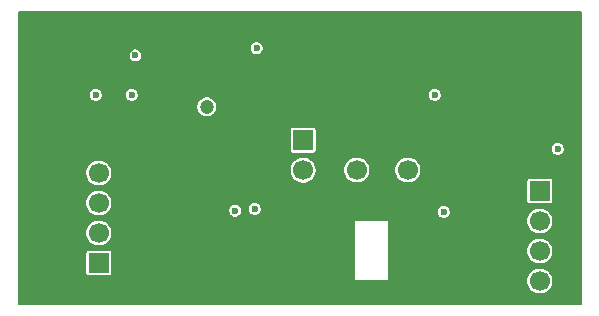
<source format=gbr>
%TF.GenerationSoftware,KiCad,Pcbnew,9.0.1*%
%TF.CreationDate,2025-09-03T00:36:21-07:00*%
%TF.ProjectId,stm32-test,73746d33-322d-4746-9573-742e6b696361,rev?*%
%TF.SameCoordinates,Original*%
%TF.FileFunction,Copper,L3,Inr*%
%TF.FilePolarity,Positive*%
%FSLAX46Y46*%
G04 Gerber Fmt 4.6, Leading zero omitted, Abs format (unit mm)*
G04 Created by KiCad (PCBNEW 9.0.1) date 2025-09-03 00:36:21*
%MOMM*%
%LPD*%
G01*
G04 APERTURE LIST*
%TA.AperFunction,ComponentPad*%
%ADD10R,1.700000X1.700000*%
%TD*%
%TA.AperFunction,ComponentPad*%
%ADD11C,1.700000*%
%TD*%
%TA.AperFunction,ViaPad*%
%ADD12C,0.600000*%
%TD*%
%TA.AperFunction,ViaPad*%
%ADD13C,1.200000*%
%TD*%
G04 APERTURE END LIST*
D10*
%TO.N,+12V*%
%TO.C,J1*%
X168910000Y-96774000D03*
D11*
%TO.N,/CANH*%
X168910000Y-99314000D03*
%TO.N,/CANL*%
X168910000Y-101854000D03*
%TO.N,GND*%
X168910000Y-104394000D03*
%TD*%
D10*
%TO.N,+3V3*%
%TO.C,J4*%
X153416000Y-92456000D03*
D11*
%TO.N,GND*%
X153416000Y-94996000D03*
%TD*%
%TO.N,/SPI_CS*%
%TO.C,J2*%
X131572000Y-95250000D03*
%TO.N,/SPI_CLK*%
X131572000Y-97790000D03*
%TO.N,/SPI_MISO*%
X131572000Y-100330000D03*
D10*
%TO.N,/SPI_MOSI*%
X131572000Y-102870000D03*
%TD*%
D11*
%TO.N,/I2C_SCL*%
%TO.C,J5*%
X148869000Y-95016000D03*
D10*
%TO.N,/I2C_SDA*%
X148869000Y-92476000D03*
%TD*%
D11*
%TO.N,GND*%
%TO.C,J6*%
X157734000Y-94996000D03*
D10*
%TO.N,+3V3*%
X157734000Y-92456000D03*
%TD*%
D12*
%TO.N,/NRST*%
X131318000Y-88646000D03*
X134366000Y-88646000D03*
%TO.N,+3V3*%
X153670000Y-98044000D03*
%TO.N,+5V*%
X160020000Y-88646000D03*
X170434000Y-93218000D03*
X160782000Y-98552000D03*
D13*
%TO.N,GND*%
X140716000Y-89662000D03*
D12*
X144937910Y-84678090D03*
X134672000Y-85292000D03*
%TO.N,+3V3*%
X141752000Y-101346000D03*
D13*
X138430000Y-85090000D03*
D12*
X144780000Y-101314000D03*
D13*
X160528000Y-84582000D03*
D12*
X154686000Y-85344000D03*
%TO.N,/I2C_SCL*%
X144780000Y-98298000D03*
%TO.N,/I2C_SDA*%
X143111787Y-98442213D03*
%TD*%
%TA.AperFunction,Conductor*%
%TO.N,+3V3*%
G36*
X172409039Y-81553685D02*
G01*
X172454794Y-81606489D01*
X172466000Y-81658000D01*
X172466000Y-106302000D01*
X172446315Y-106369039D01*
X172393511Y-106414794D01*
X172342000Y-106426000D01*
X124838000Y-106426000D01*
X124770961Y-106406315D01*
X124725206Y-106353511D01*
X124714000Y-106302000D01*
X124714000Y-104294000D01*
X153298000Y-104294000D01*
X156074000Y-104294000D01*
X156074000Y-104290530D01*
X167859500Y-104290530D01*
X167859500Y-104497469D01*
X167899868Y-104700412D01*
X167899870Y-104700420D01*
X167979058Y-104891596D01*
X168094024Y-105063657D01*
X168240342Y-105209975D01*
X168240345Y-105209977D01*
X168412402Y-105324941D01*
X168603580Y-105404130D01*
X168806530Y-105444499D01*
X168806534Y-105444500D01*
X168806535Y-105444500D01*
X169013466Y-105444500D01*
X169013467Y-105444499D01*
X169216420Y-105404130D01*
X169407598Y-105324941D01*
X169579655Y-105209977D01*
X169725977Y-105063655D01*
X169840941Y-104891598D01*
X169920130Y-104700420D01*
X169960500Y-104497465D01*
X169960500Y-104290535D01*
X169920130Y-104087580D01*
X169840941Y-103896402D01*
X169725977Y-103724345D01*
X169725975Y-103724342D01*
X169579657Y-103578024D01*
X169493626Y-103520541D01*
X169407598Y-103463059D01*
X169216420Y-103383870D01*
X169216412Y-103383868D01*
X169013469Y-103343500D01*
X169013465Y-103343500D01*
X168806535Y-103343500D01*
X168806530Y-103343500D01*
X168603587Y-103383868D01*
X168603579Y-103383870D01*
X168412403Y-103463058D01*
X168240342Y-103578024D01*
X168094024Y-103724342D01*
X167979058Y-103896403D01*
X167899870Y-104087579D01*
X167899868Y-104087587D01*
X167859500Y-104290530D01*
X156074000Y-104290530D01*
X156074000Y-101750530D01*
X167859500Y-101750530D01*
X167859500Y-101957469D01*
X167899868Y-102160412D01*
X167899870Y-102160420D01*
X167979058Y-102351596D01*
X168094024Y-102523657D01*
X168240342Y-102669975D01*
X168240345Y-102669977D01*
X168412402Y-102784941D01*
X168603580Y-102864130D01*
X168806530Y-102904499D01*
X168806534Y-102904500D01*
X168806535Y-102904500D01*
X169013466Y-102904500D01*
X169013467Y-102904499D01*
X169216420Y-102864130D01*
X169407598Y-102784941D01*
X169579655Y-102669977D01*
X169725977Y-102523655D01*
X169840941Y-102351598D01*
X169920130Y-102160420D01*
X169960500Y-101957465D01*
X169960500Y-101750535D01*
X169920130Y-101547580D01*
X169840941Y-101356402D01*
X169725977Y-101184345D01*
X169725975Y-101184342D01*
X169579657Y-101038024D01*
X169493626Y-100980541D01*
X169407598Y-100923059D01*
X169216420Y-100843870D01*
X169216412Y-100843868D01*
X169013469Y-100803500D01*
X169013465Y-100803500D01*
X168806535Y-100803500D01*
X168806530Y-100803500D01*
X168603587Y-100843868D01*
X168603579Y-100843870D01*
X168412403Y-100923058D01*
X168240342Y-101038024D01*
X168094024Y-101184342D01*
X167979058Y-101356403D01*
X167899870Y-101547579D01*
X167899868Y-101547587D01*
X167859500Y-101750530D01*
X156074000Y-101750530D01*
X156074000Y-99314000D01*
X153298000Y-99314000D01*
X153298000Y-104294000D01*
X124714000Y-104294000D01*
X124714000Y-102000247D01*
X130521500Y-102000247D01*
X130521500Y-103739752D01*
X130533131Y-103798229D01*
X130533132Y-103798230D01*
X130577447Y-103864552D01*
X130643769Y-103908867D01*
X130643770Y-103908868D01*
X130702247Y-103920499D01*
X130702250Y-103920500D01*
X130702252Y-103920500D01*
X132441750Y-103920500D01*
X132441751Y-103920499D01*
X132456568Y-103917552D01*
X132500229Y-103908868D01*
X132500229Y-103908867D01*
X132500231Y-103908867D01*
X132566552Y-103864552D01*
X132610867Y-103798231D01*
X132610867Y-103798229D01*
X132610868Y-103798229D01*
X132622499Y-103739752D01*
X132622500Y-103739750D01*
X132622500Y-102000249D01*
X132622499Y-102000247D01*
X132610868Y-101941770D01*
X132610867Y-101941769D01*
X132566552Y-101875447D01*
X132500230Y-101831132D01*
X132500229Y-101831131D01*
X132441752Y-101819500D01*
X132441748Y-101819500D01*
X130702252Y-101819500D01*
X130702247Y-101819500D01*
X130643770Y-101831131D01*
X130643769Y-101831132D01*
X130577447Y-101875447D01*
X130533132Y-101941769D01*
X130533131Y-101941770D01*
X130521500Y-102000247D01*
X124714000Y-102000247D01*
X124714000Y-100226530D01*
X130521500Y-100226530D01*
X130521500Y-100433469D01*
X130561868Y-100636412D01*
X130561870Y-100636420D01*
X130641058Y-100827596D01*
X130756024Y-100999657D01*
X130902342Y-101145975D01*
X130902345Y-101145977D01*
X131074402Y-101260941D01*
X131265580Y-101340130D01*
X131468530Y-101380499D01*
X131468534Y-101380500D01*
X131468535Y-101380500D01*
X131675466Y-101380500D01*
X131675467Y-101380499D01*
X131878420Y-101340130D01*
X132069598Y-101260941D01*
X132241655Y-101145977D01*
X132387977Y-100999655D01*
X132502941Y-100827598D01*
X132582130Y-100636420D01*
X132622500Y-100433465D01*
X132622500Y-100226535D01*
X132582130Y-100023580D01*
X132502941Y-99832402D01*
X132387977Y-99660345D01*
X132387975Y-99660342D01*
X132241657Y-99514024D01*
X132069596Y-99399057D01*
X132016824Y-99377199D01*
X131878420Y-99319870D01*
X131878412Y-99319868D01*
X131675469Y-99279500D01*
X131675465Y-99279500D01*
X131468535Y-99279500D01*
X131468530Y-99279500D01*
X131265587Y-99319868D01*
X131265579Y-99319870D01*
X131074403Y-99399058D01*
X130902342Y-99514024D01*
X130756024Y-99660342D01*
X130641058Y-99832403D01*
X130561870Y-100023579D01*
X130561868Y-100023587D01*
X130521500Y-100226530D01*
X124714000Y-100226530D01*
X124714000Y-99210530D01*
X167859500Y-99210530D01*
X167859500Y-99417469D01*
X167899868Y-99620412D01*
X167899870Y-99620420D01*
X167979059Y-99811598D01*
X168036541Y-99897626D01*
X168094024Y-99983657D01*
X168240342Y-100129975D01*
X168240345Y-100129977D01*
X168412402Y-100244941D01*
X168603580Y-100324130D01*
X168806530Y-100364499D01*
X168806534Y-100364500D01*
X168806535Y-100364500D01*
X169013466Y-100364500D01*
X169013467Y-100364499D01*
X169216420Y-100324130D01*
X169407598Y-100244941D01*
X169579655Y-100129977D01*
X169725977Y-99983655D01*
X169840941Y-99811598D01*
X169920130Y-99620420D01*
X169960500Y-99417465D01*
X169960500Y-99210535D01*
X169920130Y-99007580D01*
X169840941Y-98816402D01*
X169725977Y-98644345D01*
X169725975Y-98644342D01*
X169579657Y-98498024D01*
X169493626Y-98440541D01*
X169407598Y-98383059D01*
X169391331Y-98376321D01*
X169216420Y-98303870D01*
X169216412Y-98303868D01*
X169013469Y-98263500D01*
X169013465Y-98263500D01*
X168806535Y-98263500D01*
X168806530Y-98263500D01*
X168603587Y-98303868D01*
X168603579Y-98303870D01*
X168412403Y-98383058D01*
X168240342Y-98498024D01*
X168094024Y-98644342D01*
X167979058Y-98816403D01*
X167899870Y-99007579D01*
X167899868Y-99007587D01*
X167859500Y-99210530D01*
X124714000Y-99210530D01*
X124714000Y-97686530D01*
X130521500Y-97686530D01*
X130521500Y-97893469D01*
X130561868Y-98096412D01*
X130561870Y-98096420D01*
X130641058Y-98287596D01*
X130756024Y-98459657D01*
X130902342Y-98605975D01*
X130902345Y-98605977D01*
X131074402Y-98720941D01*
X131265580Y-98800130D01*
X131468530Y-98840499D01*
X131468534Y-98840500D01*
X131468535Y-98840500D01*
X131675466Y-98840500D01*
X131675467Y-98840499D01*
X131878420Y-98800130D01*
X132069598Y-98720941D01*
X132241655Y-98605977D01*
X132387977Y-98459655D01*
X132443659Y-98376321D01*
X142611287Y-98376321D01*
X142611287Y-98508104D01*
X142645395Y-98635400D01*
X142650558Y-98644342D01*
X142711287Y-98749527D01*
X142804473Y-98842713D01*
X142918601Y-98908605D01*
X143045895Y-98942713D01*
X143045897Y-98942713D01*
X143177677Y-98942713D01*
X143177679Y-98942713D01*
X143304973Y-98908605D01*
X143419101Y-98842713D01*
X143512287Y-98749527D01*
X143578179Y-98635399D01*
X143612287Y-98508105D01*
X143612287Y-98376321D01*
X143578179Y-98249027D01*
X143568411Y-98232108D01*
X144279500Y-98232108D01*
X144279500Y-98363892D01*
X144284636Y-98383059D01*
X144313608Y-98491187D01*
X144323376Y-98508105D01*
X144379500Y-98605314D01*
X144472686Y-98698500D01*
X144586814Y-98764392D01*
X144714108Y-98798500D01*
X144714110Y-98798500D01*
X144845890Y-98798500D01*
X144845892Y-98798500D01*
X144973186Y-98764392D01*
X145087314Y-98698500D01*
X145180500Y-98605314D01*
X145246392Y-98491186D01*
X145247753Y-98486108D01*
X160281500Y-98486108D01*
X160281500Y-98617891D01*
X160315608Y-98745187D01*
X160346388Y-98798499D01*
X160381500Y-98859314D01*
X160474686Y-98952500D01*
X160588814Y-99018392D01*
X160716108Y-99052500D01*
X160716110Y-99052500D01*
X160847890Y-99052500D01*
X160847892Y-99052500D01*
X160975186Y-99018392D01*
X161089314Y-98952500D01*
X161182500Y-98859314D01*
X161248392Y-98745186D01*
X161282500Y-98617892D01*
X161282500Y-98486108D01*
X161248392Y-98358814D01*
X161182500Y-98244686D01*
X161089314Y-98151500D01*
X161008452Y-98104814D01*
X160975187Y-98085608D01*
X160911539Y-98068554D01*
X160847892Y-98051500D01*
X160716108Y-98051500D01*
X160588812Y-98085608D01*
X160474686Y-98151500D01*
X160474683Y-98151502D01*
X160381502Y-98244683D01*
X160381500Y-98244686D01*
X160315608Y-98358812D01*
X160281500Y-98486108D01*
X145247753Y-98486108D01*
X145280500Y-98363892D01*
X145280500Y-98232108D01*
X145246392Y-98104814D01*
X145180500Y-97990686D01*
X145087314Y-97897500D01*
X145030250Y-97864554D01*
X144973187Y-97831608D01*
X144903243Y-97812867D01*
X144845892Y-97797500D01*
X144714108Y-97797500D01*
X144586812Y-97831608D01*
X144472686Y-97897500D01*
X144472683Y-97897502D01*
X144379502Y-97990683D01*
X144379500Y-97990686D01*
X144313608Y-98104812D01*
X144301098Y-98151502D01*
X144279500Y-98232108D01*
X143568411Y-98232108D01*
X143512287Y-98134899D01*
X143419101Y-98041713D01*
X143330715Y-97990683D01*
X143304974Y-97975821D01*
X143241326Y-97958767D01*
X143177679Y-97941713D01*
X143045895Y-97941713D01*
X142918599Y-97975821D01*
X142804473Y-98041713D01*
X142804470Y-98041715D01*
X142711289Y-98134896D01*
X142711287Y-98134899D01*
X142645395Y-98249025D01*
X142611287Y-98376321D01*
X132443659Y-98376321D01*
X132502941Y-98287598D01*
X132582130Y-98096420D01*
X132622500Y-97893465D01*
X132622500Y-97686535D01*
X132582130Y-97483580D01*
X132502941Y-97292402D01*
X132387977Y-97120345D01*
X132387975Y-97120342D01*
X132241657Y-96974024D01*
X132155626Y-96916541D01*
X132069598Y-96859059D01*
X131878420Y-96779870D01*
X131878412Y-96779868D01*
X131675469Y-96739500D01*
X131675465Y-96739500D01*
X131468535Y-96739500D01*
X131468530Y-96739500D01*
X131265587Y-96779868D01*
X131265579Y-96779870D01*
X131074403Y-96859058D01*
X130902342Y-96974024D01*
X130756024Y-97120342D01*
X130641058Y-97292403D01*
X130561870Y-97483579D01*
X130561868Y-97483587D01*
X130521500Y-97686530D01*
X124714000Y-97686530D01*
X124714000Y-95146530D01*
X130521500Y-95146530D01*
X130521500Y-95353469D01*
X130553352Y-95513598D01*
X130561870Y-95556420D01*
X130641059Y-95747598D01*
X130684073Y-95811974D01*
X130756024Y-95919657D01*
X130902342Y-96065975D01*
X130902345Y-96065977D01*
X131074402Y-96180941D01*
X131265580Y-96260130D01*
X131468530Y-96300499D01*
X131468534Y-96300500D01*
X131468535Y-96300500D01*
X131675466Y-96300500D01*
X131675467Y-96300499D01*
X131878420Y-96260130D01*
X132069598Y-96180941D01*
X132241655Y-96065977D01*
X132387977Y-95919655D01*
X132502941Y-95747598D01*
X132582130Y-95556420D01*
X132622500Y-95353465D01*
X132622500Y-95146535D01*
X132617116Y-95119466D01*
X132582132Y-94943587D01*
X132582129Y-94943579D01*
X132569268Y-94912530D01*
X147818500Y-94912530D01*
X147818500Y-95119469D01*
X147858868Y-95322412D01*
X147858870Y-95322420D01*
X147938058Y-95513596D01*
X148053024Y-95685657D01*
X148199342Y-95831975D01*
X148199345Y-95831977D01*
X148371402Y-95946941D01*
X148562580Y-96026130D01*
X148762896Y-96065975D01*
X148765530Y-96066499D01*
X148765534Y-96066500D01*
X148765535Y-96066500D01*
X148972466Y-96066500D01*
X148972467Y-96066499D01*
X149175420Y-96026130D01*
X149366598Y-95946941D01*
X149538655Y-95831977D01*
X149684977Y-95685655D01*
X149799941Y-95513598D01*
X149879130Y-95322420D01*
X149919500Y-95119465D01*
X149919500Y-94912535D01*
X149919123Y-94910639D01*
X149919123Y-94910637D01*
X149919122Y-94910634D01*
X149915521Y-94892530D01*
X152365500Y-94892530D01*
X152365500Y-95099469D01*
X152405868Y-95302412D01*
X152405870Y-95302420D01*
X152485059Y-95493598D01*
X152527030Y-95556412D01*
X152600024Y-95665657D01*
X152746342Y-95811975D01*
X152746345Y-95811977D01*
X152918402Y-95926941D01*
X153109580Y-96006130D01*
X153312530Y-96046499D01*
X153312534Y-96046500D01*
X153312535Y-96046500D01*
X153519466Y-96046500D01*
X153519467Y-96046499D01*
X153722420Y-96006130D01*
X153913598Y-95926941D01*
X154085655Y-95811977D01*
X154231977Y-95665655D01*
X154346941Y-95493598D01*
X154426130Y-95302420D01*
X154466500Y-95099465D01*
X154466500Y-94892535D01*
X154466499Y-94892530D01*
X156683500Y-94892530D01*
X156683500Y-95099469D01*
X156723868Y-95302412D01*
X156723870Y-95302420D01*
X156803059Y-95493598D01*
X156845030Y-95556412D01*
X156918024Y-95665657D01*
X157064342Y-95811975D01*
X157064345Y-95811977D01*
X157236402Y-95926941D01*
X157427580Y-96006130D01*
X157630530Y-96046499D01*
X157630534Y-96046500D01*
X157630535Y-96046500D01*
X157837466Y-96046500D01*
X157837467Y-96046499D01*
X158040420Y-96006130D01*
X158231598Y-95926941D01*
X158265562Y-95904247D01*
X167859500Y-95904247D01*
X167859500Y-97643752D01*
X167871131Y-97702229D01*
X167871132Y-97702230D01*
X167915447Y-97768552D01*
X167981769Y-97812867D01*
X167981770Y-97812868D01*
X168040247Y-97824499D01*
X168040250Y-97824500D01*
X168040252Y-97824500D01*
X169779750Y-97824500D01*
X169779751Y-97824499D01*
X169794568Y-97821552D01*
X169838229Y-97812868D01*
X169838229Y-97812867D01*
X169838231Y-97812867D01*
X169904552Y-97768552D01*
X169948867Y-97702231D01*
X169948867Y-97702229D01*
X169948868Y-97702229D01*
X169960499Y-97643752D01*
X169960500Y-97643750D01*
X169960500Y-95904249D01*
X169960499Y-95904247D01*
X169948868Y-95845770D01*
X169948867Y-95845769D01*
X169904552Y-95779447D01*
X169838230Y-95735132D01*
X169838229Y-95735131D01*
X169779752Y-95723500D01*
X169779748Y-95723500D01*
X168040252Y-95723500D01*
X168040247Y-95723500D01*
X167981770Y-95735131D01*
X167981769Y-95735132D01*
X167915447Y-95779447D01*
X167871132Y-95845769D01*
X167871131Y-95845770D01*
X167859500Y-95904247D01*
X158265562Y-95904247D01*
X158403655Y-95811977D01*
X158403658Y-95811974D01*
X158405154Y-95810479D01*
X158549974Y-95665658D01*
X158549975Y-95665657D01*
X158549977Y-95665655D01*
X158664941Y-95493598D01*
X158744130Y-95302420D01*
X158784500Y-95099465D01*
X158784500Y-94892535D01*
X158744130Y-94689580D01*
X158664941Y-94498402D01*
X158549977Y-94326345D01*
X158549975Y-94326342D01*
X158403657Y-94180024D01*
X158261529Y-94085058D01*
X158231598Y-94065059D01*
X158040420Y-93985870D01*
X158040412Y-93985868D01*
X157837469Y-93945500D01*
X157837465Y-93945500D01*
X157630535Y-93945500D01*
X157630530Y-93945500D01*
X157427587Y-93985868D01*
X157427579Y-93985870D01*
X157236403Y-94065058D01*
X157064342Y-94180024D01*
X156918024Y-94326342D01*
X156803058Y-94498403D01*
X156723870Y-94689579D01*
X156723868Y-94689587D01*
X156683500Y-94892530D01*
X154466499Y-94892530D01*
X154426130Y-94689580D01*
X154346941Y-94498402D01*
X154231977Y-94326345D01*
X154231975Y-94326342D01*
X154085657Y-94180024D01*
X153943529Y-94085058D01*
X153913598Y-94065059D01*
X153722420Y-93985870D01*
X153722412Y-93985868D01*
X153519469Y-93945500D01*
X153519465Y-93945500D01*
X153312535Y-93945500D01*
X153312530Y-93945500D01*
X153109587Y-93985868D01*
X153109579Y-93985870D01*
X152918403Y-94065058D01*
X152746342Y-94180024D01*
X152600024Y-94326342D01*
X152485058Y-94498403D01*
X152405870Y-94689579D01*
X152405868Y-94689587D01*
X152365500Y-94892530D01*
X149915521Y-94892530D01*
X149887648Y-94752403D01*
X149879130Y-94709580D01*
X149799941Y-94518402D01*
X149684977Y-94346345D01*
X149684975Y-94346342D01*
X149538657Y-94200024D01*
X149452626Y-94142541D01*
X149366598Y-94085059D01*
X149175420Y-94005870D01*
X149175412Y-94005868D01*
X148972469Y-93965500D01*
X148972465Y-93965500D01*
X148765535Y-93965500D01*
X148765530Y-93965500D01*
X148562587Y-94005868D01*
X148562579Y-94005870D01*
X148371403Y-94085058D01*
X148199342Y-94200024D01*
X148053024Y-94346342D01*
X147938058Y-94518403D01*
X147858870Y-94709579D01*
X147858868Y-94709587D01*
X147818500Y-94912530D01*
X132569268Y-94912530D01*
X132502941Y-94752402D01*
X132387977Y-94580345D01*
X132387975Y-94580342D01*
X132241657Y-94434024D01*
X132155626Y-94376541D01*
X132069598Y-94319059D01*
X131878420Y-94239870D01*
X131878412Y-94239868D01*
X131675469Y-94199500D01*
X131675465Y-94199500D01*
X131468535Y-94199500D01*
X131468530Y-94199500D01*
X131265587Y-94239868D01*
X131265579Y-94239870D01*
X131074403Y-94319058D01*
X130902342Y-94434024D01*
X130756024Y-94580342D01*
X130641058Y-94752403D01*
X130561870Y-94943579D01*
X130561868Y-94943587D01*
X130521500Y-95146530D01*
X124714000Y-95146530D01*
X124714000Y-91606247D01*
X147818500Y-91606247D01*
X147818500Y-93345752D01*
X147830131Y-93404229D01*
X147830132Y-93404230D01*
X147874447Y-93470552D01*
X147940769Y-93514867D01*
X147940770Y-93514868D01*
X147999247Y-93526499D01*
X147999250Y-93526500D01*
X147999252Y-93526500D01*
X149738750Y-93526500D01*
X149738751Y-93526499D01*
X149753568Y-93523552D01*
X149797229Y-93514868D01*
X149797229Y-93514867D01*
X149797231Y-93514867D01*
X149863552Y-93470552D01*
X149907867Y-93404231D01*
X149907867Y-93404229D01*
X149907868Y-93404229D01*
X149919499Y-93345752D01*
X149919500Y-93345750D01*
X149919500Y-93152108D01*
X169933500Y-93152108D01*
X169933500Y-93283891D01*
X169967608Y-93411187D01*
X170000554Y-93468250D01*
X170033500Y-93525314D01*
X170126686Y-93618500D01*
X170240814Y-93684392D01*
X170368108Y-93718500D01*
X170368110Y-93718500D01*
X170499890Y-93718500D01*
X170499892Y-93718500D01*
X170627186Y-93684392D01*
X170741314Y-93618500D01*
X170834500Y-93525314D01*
X170900392Y-93411186D01*
X170934500Y-93283892D01*
X170934500Y-93152108D01*
X170900392Y-93024814D01*
X170834500Y-92910686D01*
X170741314Y-92817500D01*
X170684250Y-92784554D01*
X170627187Y-92751608D01*
X170563539Y-92734554D01*
X170499892Y-92717500D01*
X170368108Y-92717500D01*
X170240812Y-92751608D01*
X170126686Y-92817500D01*
X170126683Y-92817502D01*
X170033502Y-92910683D01*
X170033500Y-92910686D01*
X169967608Y-93024812D01*
X169933500Y-93152108D01*
X149919500Y-93152108D01*
X149919500Y-91606249D01*
X149919499Y-91606247D01*
X149907868Y-91547770D01*
X149907867Y-91547769D01*
X149863552Y-91481447D01*
X149797230Y-91437132D01*
X149797229Y-91437131D01*
X149738752Y-91425500D01*
X149738748Y-91425500D01*
X147999252Y-91425500D01*
X147999247Y-91425500D01*
X147940770Y-91437131D01*
X147940769Y-91437132D01*
X147874447Y-91481447D01*
X147830132Y-91547769D01*
X147830131Y-91547770D01*
X147818500Y-91606247D01*
X124714000Y-91606247D01*
X124714000Y-89583153D01*
X139915500Y-89583153D01*
X139915500Y-89740846D01*
X139946261Y-89895489D01*
X139946264Y-89895501D01*
X140006602Y-90041172D01*
X140006609Y-90041185D01*
X140094210Y-90172288D01*
X140094213Y-90172292D01*
X140205707Y-90283786D01*
X140205711Y-90283789D01*
X140336814Y-90371390D01*
X140336827Y-90371397D01*
X140482498Y-90431735D01*
X140482503Y-90431737D01*
X140637153Y-90462499D01*
X140637156Y-90462500D01*
X140637158Y-90462500D01*
X140794844Y-90462500D01*
X140794845Y-90462499D01*
X140949497Y-90431737D01*
X141095179Y-90371394D01*
X141226289Y-90283789D01*
X141337789Y-90172289D01*
X141425394Y-90041179D01*
X141485737Y-89895497D01*
X141516500Y-89740842D01*
X141516500Y-89583158D01*
X141516500Y-89583155D01*
X141516499Y-89583153D01*
X141485738Y-89428510D01*
X141485737Y-89428503D01*
X141485735Y-89428498D01*
X141425397Y-89282827D01*
X141425390Y-89282814D01*
X141337789Y-89151711D01*
X141337786Y-89151707D01*
X141226292Y-89040213D01*
X141226288Y-89040210D01*
X141095185Y-88952609D01*
X141095172Y-88952602D01*
X140949501Y-88892264D01*
X140949489Y-88892261D01*
X140794845Y-88861500D01*
X140794842Y-88861500D01*
X140637158Y-88861500D01*
X140637155Y-88861500D01*
X140482510Y-88892261D01*
X140482498Y-88892264D01*
X140336827Y-88952602D01*
X140336814Y-88952609D01*
X140205711Y-89040210D01*
X140205707Y-89040213D01*
X140094213Y-89151707D01*
X140094210Y-89151711D01*
X140006609Y-89282814D01*
X140006602Y-89282827D01*
X139946264Y-89428498D01*
X139946261Y-89428510D01*
X139915500Y-89583153D01*
X124714000Y-89583153D01*
X124714000Y-88580108D01*
X130817500Y-88580108D01*
X130817500Y-88711891D01*
X130851608Y-88839187D01*
X130864491Y-88861500D01*
X130917500Y-88953314D01*
X131010686Y-89046500D01*
X131124814Y-89112392D01*
X131252108Y-89146500D01*
X131252110Y-89146500D01*
X131383890Y-89146500D01*
X131383892Y-89146500D01*
X131511186Y-89112392D01*
X131625314Y-89046500D01*
X131718500Y-88953314D01*
X131784392Y-88839186D01*
X131818500Y-88711892D01*
X131818500Y-88580108D01*
X133865500Y-88580108D01*
X133865500Y-88711891D01*
X133899608Y-88839187D01*
X133912491Y-88861500D01*
X133965500Y-88953314D01*
X134058686Y-89046500D01*
X134172814Y-89112392D01*
X134300108Y-89146500D01*
X134300110Y-89146500D01*
X134431890Y-89146500D01*
X134431892Y-89146500D01*
X134559186Y-89112392D01*
X134673314Y-89046500D01*
X134766500Y-88953314D01*
X134832392Y-88839186D01*
X134866500Y-88711892D01*
X134866500Y-88580108D01*
X159519500Y-88580108D01*
X159519500Y-88711891D01*
X159553608Y-88839187D01*
X159566491Y-88861500D01*
X159619500Y-88953314D01*
X159712686Y-89046500D01*
X159826814Y-89112392D01*
X159954108Y-89146500D01*
X159954110Y-89146500D01*
X160085890Y-89146500D01*
X160085892Y-89146500D01*
X160213186Y-89112392D01*
X160327314Y-89046500D01*
X160420500Y-88953314D01*
X160486392Y-88839186D01*
X160520500Y-88711892D01*
X160520500Y-88580108D01*
X160486392Y-88452814D01*
X160420500Y-88338686D01*
X160327314Y-88245500D01*
X160270250Y-88212554D01*
X160213187Y-88179608D01*
X160149539Y-88162554D01*
X160085892Y-88145500D01*
X159954108Y-88145500D01*
X159826812Y-88179608D01*
X159712686Y-88245500D01*
X159712683Y-88245502D01*
X159619502Y-88338683D01*
X159619500Y-88338686D01*
X159553608Y-88452812D01*
X159519500Y-88580108D01*
X134866500Y-88580108D01*
X134832392Y-88452814D01*
X134766500Y-88338686D01*
X134673314Y-88245500D01*
X134616250Y-88212554D01*
X134559187Y-88179608D01*
X134495539Y-88162554D01*
X134431892Y-88145500D01*
X134300108Y-88145500D01*
X134172812Y-88179608D01*
X134058686Y-88245500D01*
X134058683Y-88245502D01*
X133965502Y-88338683D01*
X133965500Y-88338686D01*
X133899608Y-88452812D01*
X133865500Y-88580108D01*
X131818500Y-88580108D01*
X131784392Y-88452814D01*
X131718500Y-88338686D01*
X131625314Y-88245500D01*
X131568250Y-88212554D01*
X131511187Y-88179608D01*
X131447539Y-88162554D01*
X131383892Y-88145500D01*
X131252108Y-88145500D01*
X131124812Y-88179608D01*
X131010686Y-88245500D01*
X131010683Y-88245502D01*
X130917502Y-88338683D01*
X130917500Y-88338686D01*
X130851608Y-88452812D01*
X130817500Y-88580108D01*
X124714000Y-88580108D01*
X124714000Y-85226108D01*
X134171500Y-85226108D01*
X134171500Y-85357891D01*
X134205608Y-85485187D01*
X134238554Y-85542250D01*
X134271500Y-85599314D01*
X134364686Y-85692500D01*
X134478814Y-85758392D01*
X134606108Y-85792500D01*
X134606110Y-85792500D01*
X134737890Y-85792500D01*
X134737892Y-85792500D01*
X134865186Y-85758392D01*
X134979314Y-85692500D01*
X135072500Y-85599314D01*
X135138392Y-85485186D01*
X135172500Y-85357892D01*
X135172500Y-85226108D01*
X135138392Y-85098814D01*
X135072500Y-84984686D01*
X134979314Y-84891500D01*
X134922250Y-84858554D01*
X134865187Y-84825608D01*
X134801539Y-84808554D01*
X134737892Y-84791500D01*
X134606108Y-84791500D01*
X134478812Y-84825608D01*
X134364686Y-84891500D01*
X134364683Y-84891502D01*
X134271502Y-84984683D01*
X134271500Y-84984686D01*
X134205608Y-85098812D01*
X134171500Y-85226108D01*
X124714000Y-85226108D01*
X124714000Y-84612198D01*
X144437410Y-84612198D01*
X144437410Y-84743981D01*
X144471518Y-84871277D01*
X144504464Y-84928340D01*
X144537410Y-84985404D01*
X144630596Y-85078590D01*
X144744724Y-85144482D01*
X144872018Y-85178590D01*
X144872020Y-85178590D01*
X145003800Y-85178590D01*
X145003802Y-85178590D01*
X145131096Y-85144482D01*
X145245224Y-85078590D01*
X145338410Y-84985404D01*
X145404302Y-84871276D01*
X145438410Y-84743982D01*
X145438410Y-84612198D01*
X145404302Y-84484904D01*
X145338410Y-84370776D01*
X145245224Y-84277590D01*
X145188160Y-84244644D01*
X145131097Y-84211698D01*
X145067449Y-84194644D01*
X145003802Y-84177590D01*
X144872018Y-84177590D01*
X144744722Y-84211698D01*
X144630596Y-84277590D01*
X144630593Y-84277592D01*
X144537412Y-84370773D01*
X144537410Y-84370776D01*
X144471518Y-84484902D01*
X144437410Y-84612198D01*
X124714000Y-84612198D01*
X124714000Y-81658000D01*
X124733685Y-81590961D01*
X124786489Y-81545206D01*
X124838000Y-81534000D01*
X172342000Y-81534000D01*
X172409039Y-81553685D01*
G37*
%TD.AperFunction*%
%TD*%
M02*

</source>
